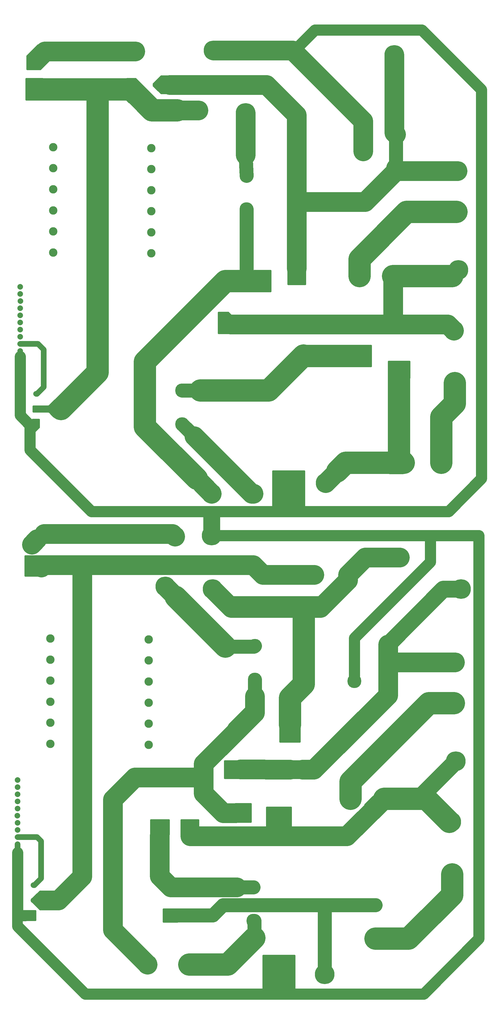
<source format=gbr>
G04 DipTrace 3.3.0.1*
G04 Bottom.gbr*
%MOMM*%
G04 #@! TF.FileFunction,Copper,L2,Bot*
G04 #@! TF.Part,Single*
G04 #@! TA.AperFunction,ComponentPad*
%ADD15C,2.0*%
%ADD16C,7.0*%
G04 #@! TA.AperFunction,Conductor*
%ADD17C,8.0*%
G04 #@! TA.AperFunction,ComponentPad*
%ADD18C,5.0*%
G04 #@! TA.AperFunction,Conductor*
%ADD19C,0.3*%
%ADD20C,4.0*%
%ADD21C,6.0*%
G04 #@! TA.AperFunction,ComponentPad*
%ADD22C,3.0*%
G04 #@! TA.AperFunction,CopperBalancing*
%ADD23C,0.635*%
%FSLAX35Y35*%
G04*
G71*
G90*
G75*
G01*
G04 Bottom*
%LPD*%
X1642500Y34353750D2*
D15*
X2197750Y34909000D1*
D16*
X5413250D1*
X7667500Y32813500D2*
X6917500D1*
D17*
X6016500D1*
X5465177Y33364823D1*
D15*
X5276250Y33553750D1*
X5111623Y33718377D1*
X1888000Y22177250D2*
X2778000D1*
D17*
X4079750Y23479000D1*
Y33512000D1*
X1642500Y33553750D2*
D15*
X2142500D1*
D17*
X5276250D1*
X10085877Y26733123D2*
D15*
X9585877D1*
D17*
X9387130D1*
X8635623D1*
X5762500Y23860000D1*
Y21542250D1*
X7613420Y19691330D1*
D16*
X8143750Y19161000D1*
X7413500Y25511000D2*
D15*
X7767053Y25864553D1*
D17*
X8635623Y26733123D1*
X9585877D1*
X9387130Y29284120D2*
D18*
Y26733123D1*
X6201623Y33718627D2*
D15*
X6651623D1*
D16*
X10096123D1*
X11175870Y32638880D1*
Y29552660D1*
Y27183373D1*
D15*
Y26733373D1*
X14652500Y34782000D2*
D16*
Y32016500D1*
X14716000Y31953000D1*
D18*
Y31353000D1*
X16906750Y30654500D2*
D16*
X14716000D1*
Y30753000D1*
D18*
Y31353000D1*
Y30654500D2*
D16*
X13614160Y29552660D1*
X11175870D1*
X13516000Y31353000D2*
D19*
X13541250D1*
D16*
Y32432500D1*
X11033000Y34940750D1*
X8207250D1*
X1889000Y21637500D2*
D19*
X1666750D1*
D20*
Y20716750D1*
X3857500Y18526000D1*
X8345607D1*
X10461500D1*
X16589250D1*
X17764000Y19700750D1*
Y33543750D1*
X15636750Y35671000D1*
X11826750D1*
X11096500Y34940750D1*
X8207250D1*
X1317500Y24241000D2*
D19*
Y24050500D1*
D20*
Y21955000D1*
X1635000Y21637500D1*
D19*
X1666750D1*
X10810750Y19288000D2*
X11223500D1*
X10461500Y18526000D1*
X8143750Y17668750D2*
D21*
Y18324143D1*
D19*
X8345607Y18526000D1*
X1793750Y4143250D2*
X1222250D1*
D22*
Y3762250D1*
D20*
X3635250Y1349250D1*
X10620250D1*
X15700250D1*
X17668750Y3317750D1*
Y17668750D1*
X15938373D1*
X8143750D1*
X10620250Y1984250D2*
Y1349250D1*
X1222250Y4143250D2*
Y6383250D1*
D15*
Y6683250D1*
X1793750Y4143250D2*
X1493750D1*
D20*
X1222250D1*
X1793750D2*
D15*
D3*
X15938373Y16890870D2*
Y17190870D1*
D20*
Y17668750D1*
Y16732123D1*
X13230250Y14024000D1*
Y12493500D1*
X14874750Y26812750D2*
D19*
X14709500D1*
X14614250Y26908000D1*
D17*
X16716250D1*
D19*
X16938500Y27130250D1*
X8503500Y25511250D2*
D15*
X8821697Y25193053D1*
D16*
X14614597D1*
X16557947D1*
X16779750Y24971250D1*
X14614597Y25193053D2*
X14614250Y26908000D1*
X6492750Y15859000D2*
X6864330Y15487420D1*
D17*
X8636630Y13715120D1*
D18*
X9651413D1*
X9680523Y13744230D1*
X12207750Y19542000D2*
D16*
X12620500Y19954750D1*
D17*
X12926370Y20260620D1*
X14483880D1*
D18*
X14988627D1*
X15133880D1*
X14821750Y23765000D2*
D15*
Y23265000D1*
D17*
Y20427497D1*
X14988627Y20260620D1*
X7096000Y21637500D2*
D18*
X7520263Y21213237D1*
D16*
X9572500Y19161000D1*
X9636000D1*
X16875000Y29194000D2*
D17*
X15097000D1*
X13414250Y27511250D1*
Y26908000D1*
X16811500Y23098000D2*
Y22367750D1*
X16333880Y21890130D1*
Y20260620D1*
X9387130Y30484120D2*
D18*
X9350250Y31219110D1*
D16*
Y32718250D1*
X1889000Y22717000D2*
D15*
X1920750D1*
X2158873Y22955123D1*
Y24288627D1*
X1952500Y24495000D1*
X1320550D1*
X6842000Y17637000D2*
D16*
X6746750Y17732250D1*
X2174750D1*
D19*
Y17541750D1*
X1920750D1*
D16*
X1730250Y17351250D1*
D19*
X1626250D1*
X1610750Y17335750D1*
X11801500Y16271750D2*
D16*
X9970513D1*
X9621263Y16621000D1*
X3528807D1*
X2069500D1*
Y16535750D1*
X1792750Y4683000D2*
D15*
X2242750D1*
D16*
X2682750D1*
X3528807Y5529057D1*
Y16621000D1*
X9680523Y12544230D2*
D18*
Y11944230D1*
D16*
Y11363273D1*
X7858000Y9540750D1*
Y9061323D1*
Y8493000D1*
X8556500Y7794500D1*
X8995500D1*
D15*
X9445500D1*
X5857750Y2397000D2*
D16*
X4619500Y3635250D1*
Y8270750D1*
X5410073Y9061323D1*
X7858000D1*
X8715000Y10440247D2*
D15*
X9033197Y10758443D1*
D16*
X9680523Y11405770D1*
Y11944230D1*
X14430250Y12493500D2*
Y13160250D1*
Y13795250D1*
D21*
X16398750Y15763750D1*
X17033750D1*
X16811500Y13160250D2*
D16*
X14430250D1*
X10938000Y9339750D2*
D15*
X11388000D1*
D16*
X11784500D1*
X14430250Y11985500D1*
Y12493500D1*
X10938000Y9339750D2*
X9175750Y9350250D1*
D15*
X8715250D1*
X13731753Y23764747D2*
X13413557Y24082943D1*
D16*
X11421553D1*
D17*
X10176110Y22837500D1*
X7746000D1*
D18*
X7096000D1*
X14296750Y8302500D2*
D17*
X15509750D1*
D21*
X16843250Y9636000D1*
X16684500Y7477000D2*
D19*
X16621000D1*
D17*
X15795500Y8302500D1*
X14296750D1*
X7381750Y7445250D2*
D15*
Y6969000D1*
D16*
X10535500D1*
D15*
Y7794750D1*
Y6969000D2*
D16*
X12963250D1*
X13872487Y7878237D1*
D18*
X14296750Y8302500D1*
D16*
D3*
X10535500Y7794750D2*
D15*
D3*
X9636000Y5152750D2*
D18*
X9036000D1*
D16*
X6689750D1*
X6291750Y5550750D1*
Y6995000D1*
D15*
Y7445000D1*
X6572377Y4148623D2*
X6922377D1*
D18*
X8180873D1*
X8550000Y4517750D1*
X12176000D1*
X13985750D1*
X12176000Y2047750D2*
Y4517750D1*
X9636000Y3952750D2*
D19*
X9667750D1*
D18*
Y3349500D1*
D17*
X8715250Y2397000D1*
X7350000D1*
X16779750Y11699750D2*
X15890750D1*
X13096750Y8905750D1*
Y8302500D1*
X16716250Y5603750D2*
Y4873500D1*
X15160500Y3317750D1*
X13985750D1*
X13001500Y16271750D2*
D16*
Y16081250D1*
X12017250Y15097000D1*
X11429213D1*
X8842250D1*
X8175500Y15763750D1*
X14848377Y16890620D2*
X13620370D1*
X13001500Y16271750D1*
X10937750Y10429750D2*
D15*
Y10929750D1*
D17*
Y11890250D1*
X11429213Y12381713D1*
Y15097000D1*
X1793750Y5222750D2*
D15*
X1825500D1*
X2063623Y5460873D1*
Y6794377D1*
X1920750Y6937250D1*
X1225300D1*
X10340897Y19891583D2*
D23*
X11439353D1*
X10340897Y19828417D2*
X11439353D1*
X10340897Y19765250D2*
X11439353D1*
X10340897Y19702083D2*
X11439353D1*
X10340897Y19638917D2*
X11439353D1*
X10340897Y19575750D2*
X11439353D1*
X10340897Y19512583D2*
X11439353D1*
X10340897Y19449417D2*
X11439353D1*
X10340897Y19386250D2*
X11439353D1*
X10340897Y19323083D2*
X11439353D1*
X10340897Y19259917D2*
X11439353D1*
X10340897Y19196750D2*
X11439353D1*
X10340897Y19133583D2*
X11439353D1*
X10340897Y19070417D2*
X11439353D1*
X10340897Y19007250D2*
X11439353D1*
X10340897Y18944083D2*
X11439353D1*
X10340897Y18880917D2*
X11439353D1*
X10340897Y18817750D2*
X11439353D1*
X10340897Y18754583D2*
X11439353D1*
X10340897Y18691417D2*
X11439353D1*
X11445690Y19954750D2*
X10334440D1*
X10334500Y18684663D1*
X11445810Y18684750D1*
X11445750Y19954837D1*
X9991647Y2651333D2*
X11090103D1*
X9991647Y2588167D2*
X11090103D1*
X9991647Y2525000D2*
X11090103D1*
X9991647Y2461833D2*
X11090103D1*
X9991647Y2398667D2*
X11090103D1*
X9991647Y2335500D2*
X11090103D1*
X9991647Y2272333D2*
X11090103D1*
X9991647Y2209167D2*
X11090103D1*
X9991647Y2146000D2*
X11090103D1*
X9991647Y2082833D2*
X11090103D1*
X9991647Y2019667D2*
X11090103D1*
X9991647Y1956500D2*
X11090103D1*
X9991647Y1893333D2*
X11090103D1*
X9991647Y1830167D2*
X11090103D1*
X9991647Y1767000D2*
X11090103D1*
X9991647Y1703833D2*
X11090103D1*
X9991647Y1640667D2*
X11090103D1*
X9991647Y1577500D2*
X11090103D1*
X9991647Y1514333D2*
X11090103D1*
X9991647Y1451167D2*
X11090103D1*
X11096440Y2714500D2*
X9985190D1*
X9985250Y1444413D1*
X11096560Y1444500D1*
X11096500Y2714587D1*
X10118647Y7921833D2*
X10963173D1*
X10118647Y7858667D2*
X10963173D1*
X10118647Y7795500D2*
X10963173D1*
X10118647Y7732333D2*
X10963173D1*
X10118647Y7669167D2*
X10963173D1*
X10118647Y7606000D2*
X10963173D1*
X10118647Y7542833D2*
X10963173D1*
X10118647Y7479667D2*
X10963173D1*
X10118647Y7416500D2*
X10963173D1*
X10118647Y7353333D2*
X10963173D1*
X10118647Y7290167D2*
X10963173D1*
X10118647Y7227000D2*
X10963173D1*
X10969440Y7985000D2*
X10112303D1*
X10112250Y7222940D1*
X10969447Y7223000D1*
X10969500Y7985040D1*
X6290380Y33956833D2*
X6549933D1*
X6227123Y33893667D2*
X6549933D1*
X6163960Y33830500D2*
X6549933D1*
X6100797Y33767333D2*
X6549933D1*
X6086397Y33704167D2*
X6549933D1*
X6129233Y33641000D2*
X6549933D1*
X6192397Y33577833D2*
X6549933D1*
X6255563Y33514667D2*
X6549933D1*
X6318727Y33451500D2*
X6549933D1*
X6080000Y33752783D2*
Y33683877D1*
X6347120Y33416783D1*
X6556303Y33416750D1*
X6556250Y34019980D1*
X6347160Y34020000D1*
X6080027Y33752873D1*
X5133897Y33861583D2*
X5488697D1*
X5133897Y33798417D2*
X5551860D1*
X5133897Y33735250D2*
X5615023D1*
X5133897Y33672083D2*
X5678187D1*
X5133897Y33608917D2*
X5741353D1*
X5133897Y33545750D2*
X5804517D1*
X5133897Y33482583D2*
X5867680D1*
X5133897Y33419417D2*
X5930843D1*
X5133897Y33356250D2*
X5994007D1*
X5133897Y33293083D2*
X6057173D1*
X5133897Y33229917D2*
X6120337D1*
X5143010Y33166750D2*
X6183500D1*
X5206173Y33103583D2*
X5335843D1*
X5127547Y33175857D2*
X5203737Y33099667D1*
X6227730Y33128883D1*
X5431810Y33924790D1*
X5127447Y33924750D1*
X5127500Y33175837D1*
X1546147Y33861583D2*
X2104930D1*
X1546147Y33798417D2*
X2104930D1*
X1546147Y33735250D2*
X2104930D1*
X1546147Y33672083D2*
X2104930D1*
X1546147Y33608917D2*
X2104930D1*
X1546147Y33545750D2*
X2104930D1*
X1546147Y33482583D2*
X2104930D1*
X1546147Y33419417D2*
X2104930D1*
X1546147Y33356250D2*
X2104930D1*
X1546147Y33293083D2*
X2104930D1*
X1546147Y33229917D2*
X2104930D1*
X2111250Y33194560D2*
Y33924820D1*
X1539707Y33924750D1*
X1539750Y33194430D1*
X2111293Y33194500D1*
X9674143Y27035333D2*
X10232927D1*
X9578897Y26972167D2*
X10232927D1*
X9578897Y26909000D2*
X10232927D1*
X9578897Y26845833D2*
X10232927D1*
X9578897Y26782667D2*
X10232927D1*
X9578897Y26719500D2*
X10232927D1*
X9578897Y26656333D2*
X10232927D1*
X9578897Y26593167D2*
X10232927D1*
X9578897Y26530000D2*
X10232927D1*
X9578897Y26466833D2*
X10232927D1*
X9578897Y26403667D2*
X10232927D1*
X10239190Y27098500D2*
X9667707D1*
X9667360Y26998283D1*
X9665333Y26991100D1*
X9661687Y26984587D1*
X9656620Y26979107D1*
X9650413Y26974960D1*
X9643413Y26972377D1*
X9636000Y26971500D1*
X9628587Y26972377D1*
X9621587Y26974960D1*
X9615380Y26979107D1*
X9611850Y26982637D1*
X9572483Y27035023D1*
X9572500Y26368180D1*
X10239200Y26368250D1*
X10239250Y27098570D1*
X2480640Y22400167D2*
X2549423D1*
X2417477Y22337000D2*
X2549423D1*
X2354313Y22273833D2*
X2549423D1*
X1800147Y22210667D2*
X2549423D1*
X1800147Y22147500D2*
X2549423D1*
X1800147Y22084333D2*
X2549423D1*
X2413830Y22021167D2*
X2549423D1*
X2476993Y21958000D2*
X2549423D1*
X1793750Y22272440D2*
Y22081947D1*
X2338467Y22081610D1*
X2345650Y22079583D1*
X2352163Y22075937D1*
X2372450Y22056200D1*
X2512497Y21916153D1*
X2555743Y21887330D1*
X2555750Y22481607D1*
X2352163Y22278563D1*
X2345650Y22274917D1*
X2338467Y22272890D1*
X2310167Y22272500D1*
X1793827D1*
X1782250Y21733083D2*
X1977910D1*
X1791273Y21669917D2*
X1977910D1*
X1800297Y21606750D2*
X1977910D1*
X1809320Y21543583D2*
X1977910D1*
X1818343Y21480417D2*
X1934707D1*
X1827367Y21417250D2*
X1871543D1*
X1984190Y21796250D2*
X1766900D1*
X1822817Y21404530D1*
X1851300Y21390700D1*
X1984213Y21523613D1*
X1984250Y21796243D1*
X1514397Y16875333D2*
X2037543D1*
X1514397Y16812167D2*
X2035080D1*
X1514397Y16749000D2*
X2032530D1*
X1514397Y16685833D2*
X2029977D1*
X1514397Y16622667D2*
X2027517D1*
X1514397Y16559500D2*
X2024963D1*
X1514397Y16496333D2*
X2022413D1*
X1514397Y16433167D2*
X2019860D1*
X1514397Y16370000D2*
X2017400D1*
X1514397Y16306833D2*
X2014847D1*
X1514397Y16243667D2*
X2012293D1*
X1790603Y16938510D2*
X1754640Y16934673D1*
X1731323Y16933960D1*
X1708000Y16934553D1*
X1669850Y16938507D1*
X1507923Y16938500D1*
X1508000Y16240080D1*
X2018477Y16240000D1*
X2046453Y16938503D1*
X1791570Y16938500D1*
X1069897Y4048333D2*
X1374657D1*
X1069897Y3985167D2*
X1374657D1*
X1069897Y3922000D2*
X1374657D1*
X1069897Y3858833D2*
X1374657D1*
X1069897Y3795667D2*
X1374657D1*
X1063500Y4111440D2*
Y3794070D1*
X1380930Y3794000D1*
X1381000Y4111430D1*
X1063570Y4111500D1*
X1546147Y4238833D2*
X1850907D1*
X1546147Y4175667D2*
X1850907D1*
X1546147Y4112500D2*
X1850907D1*
X1546147Y4049333D2*
X1850907D1*
X1546147Y3986167D2*
X1850907D1*
X1857190Y4302000D2*
X1539820D1*
X1539750Y3984570D1*
X1857180Y3984500D1*
X1857250Y4301930D1*
X6435647Y4302333D2*
X6913127D1*
X6435647Y4239167D2*
X6901643D1*
X6435647Y4176000D2*
X6890160D1*
X6435647Y4112833D2*
X6878673D1*
X6435647Y4049667D2*
X6867190D1*
X6435647Y3986500D2*
X6889520D1*
X6435647Y3923333D2*
X6914860D1*
X6930993Y4365500D2*
X6429327D1*
X6429250Y3921013D1*
X6922043Y3921000D1*
X6874467Y4041293D1*
X6873757Y4048723D1*
X6878437Y4076637D1*
X6930953Y4365483D1*
X14005623Y8461583D2*
X14092913D1*
X13942460Y8398417D2*
X14156077D1*
X13879297Y8335250D2*
X14219240D1*
X13816040Y8272083D2*
X14282403D1*
X13752877Y8208917D2*
X14345567D1*
X13689713Y8145750D2*
X14408733D1*
X13629193Y8082583D2*
X14471897D1*
X13713410Y8019417D2*
X14476910D1*
X13797630Y7956250D2*
X14413747D1*
X13871367Y7893083D2*
X14350580D1*
X13921863Y7829917D2*
X14287417D1*
X13972447Y7766750D2*
X14224253D1*
X14022943Y7703583D2*
X14161090D1*
X14073437Y7640417D2*
X14097923D1*
X14049207Y8511557D2*
X13621390Y8083740D1*
X13849790Y7911857D1*
X14083590Y7619840D1*
X14512340Y8048493D1*
X14049217Y8511630D1*
X10594897Y10747583D2*
X11280647D1*
X10594897Y10684417D2*
X11280647D1*
X10594897Y10621250D2*
X11280647D1*
X10594897Y10558083D2*
X11280647D1*
X10594897Y10494917D2*
X11280647D1*
X10594897Y10431750D2*
X11280647D1*
X10594897Y10368583D2*
X11280647D1*
X11286940Y10810750D2*
X10588580D1*
X10588500Y10334503D1*
X11286920Y10334500D1*
X11287000Y10810707D1*
X8626397Y9572833D2*
X9043903D1*
X8626397Y9509667D2*
X9055937D1*
X8626397Y9446500D2*
X9067967D1*
X8626397Y9383333D2*
X9079997D1*
X8626397Y9320167D2*
X9092030D1*
X8626397Y9257000D2*
X9104060D1*
X8626397Y9193833D2*
X9116090D1*
X8626397Y9130667D2*
X9128123D1*
X8626397Y9067500D2*
X9140153D1*
X9038160Y9636000D2*
X8619983D1*
X8620000Y9032737D1*
X9153080Y9032750D1*
X9038217Y9636047D1*
X9007397Y8048833D2*
X9534370D1*
X9007397Y7985667D2*
X9534370D1*
X9007397Y7922500D2*
X9534370D1*
X9007397Y7859333D2*
X9534370D1*
X9007397Y7796167D2*
X9534370D1*
X9007397Y7733000D2*
X9534370D1*
X9007397Y7669833D2*
X9534370D1*
X9007397Y7606667D2*
X9534370D1*
X9007397Y7543500D2*
X9534370D1*
X9007397Y7480333D2*
X9534370D1*
X9540690Y8112000D2*
X9000923D1*
X9001000Y7477017D1*
X9540827Y7477000D1*
X9540750Y8111983D1*
X7070647Y7477333D2*
X7661150D1*
X7070647Y7414167D2*
X7661150D1*
X7070647Y7351000D2*
X7661150D1*
X7070647Y7287833D2*
X7661150D1*
X7070647Y7224667D2*
X7661150D1*
X7070647Y7161500D2*
X7661150D1*
X7070647Y7098333D2*
X7661150D1*
X7070647Y7035167D2*
X7661150D1*
X7064250Y7540440D2*
Y7000673D1*
X7667480Y7000750D1*
X7667500Y7540577D1*
X7064237Y7540500D1*
X5991147Y7477333D2*
X6613367D1*
X5991147Y7414167D2*
X6613367D1*
X5991147Y7351000D2*
X6613367D1*
X5991147Y7287833D2*
X6613367D1*
X5991147Y7224667D2*
X6613367D1*
X5991147Y7161500D2*
X6613367D1*
X5991147Y7098333D2*
X6613367D1*
X5991147Y7035167D2*
X6613367D1*
X5984750Y7540440D2*
Y7032577D1*
X6619733Y7032500D1*
X6619750Y7540423D1*
X5984767Y7540500D1*
X10975897Y9572833D2*
X11280657D1*
X10975897Y9509667D2*
X11280657D1*
X10975897Y9446500D2*
X11280657D1*
X10975897Y9383333D2*
X11280657D1*
X10975897Y9320167D2*
X11280657D1*
X10975897Y9257000D2*
X11280657D1*
X10975897Y9193833D2*
X11280657D1*
X10975897Y9130667D2*
X11280657D1*
X10975897Y9067500D2*
X11280657D1*
X11286940Y9636000D2*
X10969570D1*
X10969500Y9032783D1*
X11286930Y9032750D1*
X11287000Y9636013D1*
X14500147Y20399583D2*
X14963683D1*
X14500147Y20336417D2*
X14963683D1*
X14500147Y20273250D2*
X14963683D1*
X14500147Y20210083D2*
X14963683D1*
X14500147Y20146917D2*
X14963683D1*
X14500147Y20083750D2*
X14963683D1*
X14500147Y20020583D2*
X14963683D1*
X14500147Y19957417D2*
X14963683D1*
X14500147Y19894250D2*
X14963683D1*
X14493810Y19891250D2*
X14969957D1*
X14970000Y20462793D1*
X14493793Y20462750D1*
X14493750Y19891207D1*
X11452147Y24368333D2*
X13820630D1*
X11452147Y24305167D2*
X13820630D1*
X11452147Y24242000D2*
X13820630D1*
X11452147Y24178833D2*
X13820630D1*
X11452147Y24115667D2*
X13820630D1*
X11452147Y24052500D2*
X13820630D1*
X11452147Y23989333D2*
X13820630D1*
X11452147Y23926167D2*
X13820630D1*
X11452147Y23863000D2*
X13820630D1*
X11452147Y23799833D2*
X13820630D1*
X11452147Y23736667D2*
X13820630D1*
X13826940Y24431500D2*
X11445663D1*
X11445750Y23701180D1*
X13827087Y23701250D1*
X13827000Y24431570D1*
X8404147Y25543083D2*
X8790663D1*
X8404147Y25479917D2*
X8835873D1*
X8404147Y25416750D2*
X8835873D1*
X8404147Y25353583D2*
X8835873D1*
X8404147Y25290417D2*
X8835873D1*
X8404147Y25227250D2*
X8835873D1*
X8404147Y25164083D2*
X8835873D1*
X8404147Y25100917D2*
X8835873D1*
X8404147Y25037750D2*
X8835873D1*
X8404147Y24974583D2*
X8835873D1*
X8404147Y24911417D2*
X8835873D1*
X8733783Y25606250D2*
X8397820D1*
X8397750Y24875983D1*
X8842237Y24876000D1*
X8842250Y25497847D1*
X8733853Y25606247D1*
X14468397Y23796833D2*
X15185863D1*
X14468397Y23733667D2*
X15185863D1*
X14468397Y23670500D2*
X15185863D1*
X14468397Y23607333D2*
X15185863D1*
X14468397Y23544167D2*
X15185863D1*
X14468397Y23481000D2*
X15185863D1*
X14468397Y23417833D2*
X15185863D1*
X14468397Y23354667D2*
X15185863D1*
X14468397Y23291500D2*
X15185863D1*
X14462000Y23859940D2*
Y23288577D1*
X15192320Y23288500D1*
X15192250Y23860043D1*
X14461930Y23860000D1*
X10880647Y27067083D2*
X11471150D1*
X10880647Y27003917D2*
X11471150D1*
X10880647Y26940750D2*
X11471150D1*
X10880647Y26877583D2*
X11471150D1*
X10880647Y26814417D2*
X11471150D1*
X10880647Y26751250D2*
X11471150D1*
X10880647Y26688083D2*
X11471150D1*
X10880647Y26624917D2*
X11471150D1*
X10874250Y27130190D2*
Y26622327D1*
X11477433Y26622250D1*
X11477500Y27130173D1*
X10874207Y27130250D1*
X1908847Y35068083D2*
X1996133D1*
X1845683Y35004917D2*
X2059297D1*
X1782517Y34941750D2*
X2122460D1*
X1719353Y34878583D2*
X2185627D1*
X1656190Y34815417D2*
X2248790D1*
X1593027Y34752250D2*
X2311953D1*
X1577897Y34689083D2*
X2375210D1*
X1577897Y34625917D2*
X2380130D1*
X1577897Y34562750D2*
X2316967D1*
X1577897Y34499583D2*
X2253803D1*
X1577897Y34436417D2*
X2190637D1*
X1577897Y34373250D2*
X2127473D1*
X1577897Y34310083D2*
X2064310D1*
X1571560Y34274000D2*
X2034600D1*
X2415543Y34654943D1*
X1952550Y35118050D1*
X1571560Y34737157D1*
X1571500Y34274013D1*
X1972380Y4937333D2*
X2200123D1*
X1909123Y4874167D2*
X2200123D1*
X1845960Y4811000D2*
X2200123D1*
X1782797Y4747833D2*
X2200123D1*
X1768397Y4684667D2*
X2200123D1*
X1779517Y4621500D2*
X2200123D1*
X1842680Y4558333D2*
X2200123D1*
X1905843Y4495167D2*
X2200123D1*
X1969007Y4432000D2*
X2200123D1*
X2032170Y4368833D2*
X2200123D1*
X1762000Y4733283D2*
Y4632660D1*
X2029127Y4365527D1*
X2206587Y4365500D1*
X2206500Y5000483D1*
X2029070Y5000500D1*
X1762027Y4733373D1*
X8912147Y15414833D2*
X11979173D1*
X8912147Y15351667D2*
X11979173D1*
X8912147Y15288500D2*
X11979173D1*
X8912147Y15225333D2*
X11979173D1*
X8912147Y15162167D2*
X11979173D1*
X8912147Y15099000D2*
X11979173D1*
X8912147Y15035833D2*
X11979173D1*
X8912147Y14972667D2*
X11979173D1*
X11985440Y15478000D2*
X8905803D1*
X8905750Y14938173D1*
X11985447Y14938250D1*
X11985500Y15478077D1*
D16*
X8207250Y34940750D3*
D15*
X11175870Y26733373D3*
X10085877Y26733123D3*
D22*
X2492250Y31499750D3*
D15*
X1642500Y33553750D3*
D22*
X2492250Y30749750D3*
D15*
X1642500Y34353750D3*
D22*
X2492250Y29999750D3*
D15*
X11112377Y25145873D3*
D22*
X2492250Y29249750D3*
D15*
X11112623Y24055877D3*
D22*
X2492250Y28499750D3*
D15*
X13731753Y23764747D3*
D22*
X2492250Y27749750D3*
D15*
X14821750Y23765000D3*
D22*
X5992250Y31468000D3*
Y30718000D3*
D15*
X7413500Y25511000D3*
D22*
X5992250Y29968000D3*
D15*
X8503500Y25511250D3*
D22*
X5992250Y29218000D3*
D15*
X7381750Y7445250D3*
D22*
X5992250Y28468000D3*
D15*
X6572127Y5238623D3*
D22*
X5992250Y27718000D3*
D15*
X1610750Y16535750D3*
D18*
X9387130Y29284120D3*
D15*
X8715250Y9350250D3*
D18*
X9387130Y30484120D3*
D15*
X8715000Y10440247D3*
D18*
X7096000Y22837500D3*
D15*
X1610750Y17335750D3*
D18*
X7096000Y21637500D3*
D15*
X6291750Y7445000D3*
D18*
X15133880Y20260620D3*
D15*
X6572377Y4148623D3*
D18*
X16333880Y20260620D3*
D15*
X9445500Y7794500D3*
D18*
X14614250Y26908000D3*
D15*
X10535500Y7794750D3*
D18*
X13414250Y26908000D3*
D15*
X15938373Y16890870D3*
D18*
X14716000Y31353000D3*
D15*
X14848377Y16890620D3*
D18*
X13516000Y31353000D3*
D16*
X14652500Y34782000D3*
X16906750Y30654500D3*
X16875000Y29194000D3*
X10810750Y19288000D3*
X16938500Y27130250D3*
D15*
X1317500Y24241000D3*
D16*
X16779750Y24971250D3*
X16811500Y23098000D3*
X8143750Y19161000D3*
X9636000D3*
X12207750Y19542000D3*
X9350250Y32718250D3*
X7667500Y32813500D3*
D15*
X1320500Y25765000D3*
X1323500Y26019000D3*
X1317500Y26273000D3*
X1320500Y26527000D3*
X1317500Y24749000D3*
X1320500Y25003000D3*
X1314500Y25257000D3*
X1317500Y25511000D3*
D16*
X5413250Y34909000D3*
D15*
X1320550Y24495000D3*
D16*
X6842000Y17637000D3*
X8143750Y17668750D3*
D22*
X2397000Y14005500D3*
Y13255500D3*
Y12505500D3*
Y11755500D3*
Y11005500D3*
Y10255500D3*
X5897000Y13973750D3*
Y13223750D3*
Y12473750D3*
Y11723750D3*
Y10973750D3*
Y10223750D3*
D18*
X9680523Y12544230D3*
Y13744230D3*
X9636000Y5152750D3*
Y3952750D3*
X13985750Y4517750D3*
Y3317750D3*
X14296750Y8302500D3*
X13096750D3*
X14430250Y12493500D3*
X13230250D3*
D16*
X17033750Y15763750D3*
X16811500Y13160250D3*
X16779750Y11699750D3*
X16843250Y9636000D3*
X16684500Y7477000D3*
X16716250Y5603750D3*
X5857750Y2397000D3*
X7350000D3*
X12176000Y2047750D3*
X8175500Y15763750D3*
X6492750Y15859000D3*
X10620250Y1984250D3*
D15*
X1225250Y8207250D3*
X1228250Y8461250D3*
X1222250Y8715250D3*
X1225250Y8969250D3*
X1222250Y7191250D3*
X1225250Y7445250D3*
X1219250Y7699250D3*
X1222250Y7953250D3*
Y6683250D3*
X1225300Y6937250D3*
D18*
X13001500Y16271750D3*
X11801500D3*
D15*
X1889000Y21637500D3*
X1888000Y22177250D3*
X1889000Y22717000D3*
X1793750Y4143250D3*
X1792750Y4683000D3*
X1793750Y5222750D3*
X5111623Y33718376D3*
X6201623Y33718626D3*
X10937750Y10429750D3*
X10938000Y9339750D3*
M02*

</source>
